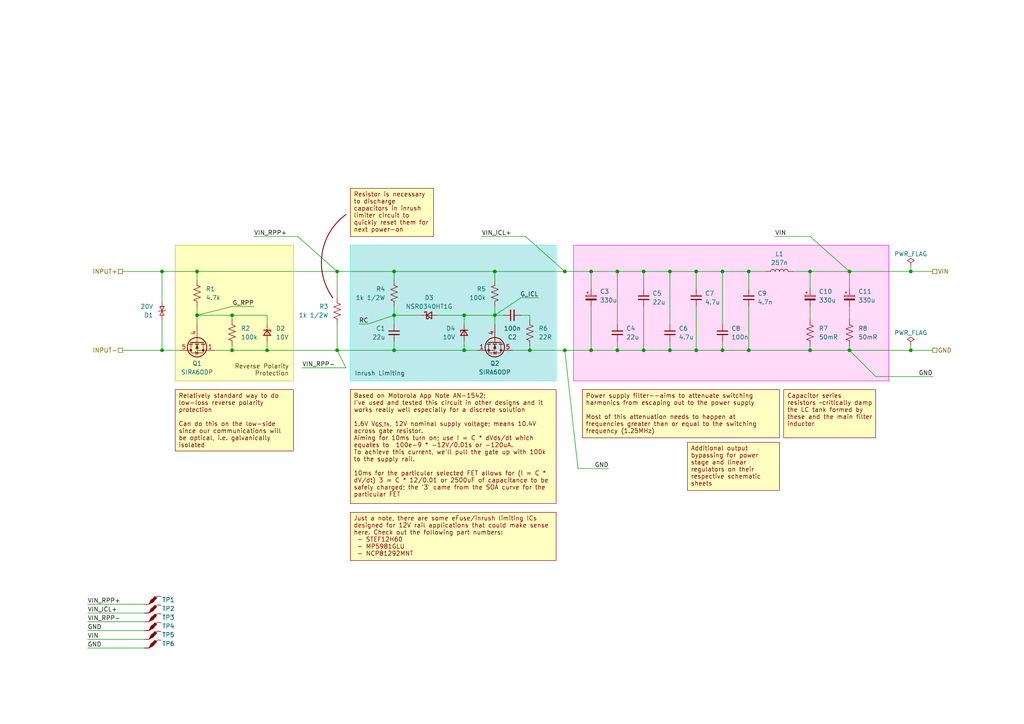
<source format=kicad_sch>
(kicad_sch (version 20230121) (generator eeschema)
  (paper "A4")
  (title_block (title "Shim Amplifier Prototype") (date "2023-08-01") (rev "A.1") (company "Ishaan Govindarajan"))
  (lib_symbols
    (symbol "Custom-Capacitor:25SVPF330M" (pin_numbers hide) (pin_names (offset 0.254) hide)
      (property "Reference" "C?" (at 0.254 1.778 0))
      (property "Value" "330u" (at 0.254 -2.032 0))
      (symbol "25SVPF330M_0_1"
        (rectangle (start -1.524 -0.3048) (end 1.524 -0.6858) (fill (type outline)))
        (rectangle (start -1.524 0.6858) (end 1.524 0.3048))
        (polyline (pts (xy -1.27 1.524) (xy -0.762 1.524)))
        (polyline (pts (xy -1.016 1.27) (xy -1.016 1.778)))
      )
      (symbol "25SVPF330M_1_1"
        (pin passive line (at 0 2.54 270) (length 1.8542) (name "~") (number "1"))
        (pin passive line (at 0 -2.54 90) (length 1.8542) (name "~") (number "2"))
      )
    )
    (symbol "Custom-Capacitor:CL10B104KB8NNWC" (pin_numbers hide) (pin_names (offset 0.254) hide)
      (property "Reference" "C" (at 0.254 1.778 0))
      (property "Value" "100n" (at 0.254 -2.032 0))
      (symbol "CL10B104KB8NNWC_0_1"
        (polyline (pts (xy -1.524 -0.508) (xy 1.524 -0.508)) (stroke (width 0.3302)))
        (polyline (pts (xy -1.524 0.508) (xy 1.524 0.508)) (stroke (width 0.3048)))
      )
      (symbol "CL10B104KB8NNWC_1_1"
        (pin passive line (at 0 2.54 270) (length 2.032) (name "~") (number "1"))
        (pin passive line (at 0 -2.54 90) (length 2.032) (name "~") (number "2"))
      )
    )
    (symbol "Custom-Capacitor:CL10B472KB8NFNC" (pin_numbers hide) (pin_names (offset 0.254) hide)
      (property "Reference" "C" (at 0.254 1.778 0))
      (property "Value" "4.7n" (at 0.254 -2.032 0))
      (symbol "CL10B472KB8NFNC_0_1"
        (polyline (pts (xy -1.524 -0.508) (xy 1.524 -0.508)) (stroke (width 0.3302)))
        (polyline (pts (xy -1.524 0.508) (xy 1.524 0.508)) (stroke (width 0.3048)))
      )
      (symbol "CL10B472KB8NFNC_1_1"
        (pin passive line (at 0 2.54 270) (length 2.032) (name "~") (number "1"))
        (pin passive line (at 0 -2.54 90) (length 2.032) (name "~") (number "2"))
      )
    )
    (symbol "Custom-Capacitor:CL21A475KLCLQNC" (pin_numbers hide) (pin_names (offset 0.254) hide)
      (property "Reference" "C" (at 0.254 1.778 0))
      (property "Value" "4.7u" (at 0.254 -2.032 0))
      (symbol "CL21A475KLCLQNC_0_1"
        (polyline (pts (xy -1.524 -0.508) (xy 1.524 -0.508)) (stroke (width 0.3302)))
        (polyline (pts (xy -1.524 0.508) (xy 1.524 0.508)) (stroke (width 0.3048)))
      )
      (symbol "CL21A475KLCLQNC_1_1"
        (pin passive line (at 0 2.54 270) (length 2.032) (name "~") (number "1"))
        (pin passive line (at 0 -2.54 90) (length 2.032) (name "~") (number "2"))
      )
    )
    (symbol "Custom-Capacitor:CL32B226KAJNNNE" (pin_numbers hide) (pin_names (offset 0.254) hide)
      (property "Reference" "C" (at 0.254 1.778 0))
      (property "Value" "22u" (at 0.254 -2.032 0))
      (symbol "CL32B226KAJNNNE_0_1"
        (polyline (pts (xy -1.524 -0.508) (xy 1.524 -0.508)) (stroke (width 0.3302)))
        (polyline (pts (xy -1.524 0.508) (xy 1.524 0.508)) (stroke (width 0.3048)))
      )
      (symbol "CL32B226KAJNNNE_1_1"
        (pin passive line (at 0 2.54 270) (length 2.032) (name "~") (number "1"))
        (pin passive line (at 0 -2.54 90) (length 2.032) (name "~") (number "2"))
      )
    )
    (symbol "Custom-CircuitProtection:SMCJ20CA" (pin_numbers hide) (pin_names (offset 1.016) hide)
      (property "Reference" "D" (at 0 2.54 0))
      (property "Value" "20V" (at 0 -2.54 0))
      (symbol "SMCJ20CA_0_1"
        (rectangle (start -1.27 0.635) (end -1.27 -0.635))
        (polyline (pts (xy -1.27 0.635) (xy -1.27 -0.635) (xy 0 0) (xy -1.27 0.635)))
        (polyline (pts (xy 1.27 0.635) (xy 1.27 -0.635) (xy 0 0) (xy 1.27 0.635)))
      )
      (symbol "SMCJ20CA_1_1"
        (polyline (pts (xy 1.27 0) (xy -1.27 0)) (stroke (width 0.1)))
        (polyline (pts (xy 0.254 1.016) (xy 0 0.762) (xy 0 -0.762) (xy -0.254 -1.016)))
        (pin passive line (at -2.54 0 0) (length 1.27) (name "K") (number "1"))
        (pin passive line (at 2.54 0 180) (length 1.27) (name "A") (number "2"))
      )
    )
    (symbol "Custom-Diode:MM3Z10VC" (pin_numbers hide) (pin_names (offset 1.016) hide)
      (property "Reference" "D" (at 0 2.54 0))
      (property "Value" "10V" (at 0 -2.54 0))
      (symbol "MM3Z10VC_0_1"
        (polyline (pts (xy 0.762 0) (xy -0.762 0)))
        (polyline (pts (xy -0.254 1.016) (xy -0.762 1.016) (xy -0.762 -1.016)) (stroke (width 0.254)))
        (polyline (pts (xy 0.762 1.016) (xy -0.762 0) (xy 0.762 -1.016) (xy 0.762 1.016)) (stroke (width 0.254)))
      )
      (symbol "MM3Z10VC_1_1"
        (pin passive line (at -2.54 0 0) (length 1.778) (name "K") (number "1"))
        (pin passive line (at 2.54 0 180) (length 1.778) (name "A") (number "2"))
      )
    )
    (symbol "Custom-Diode:NSR0340HT1G" (pin_numbers hide) (pin_names (offset 1.016) hide)
      (property "Reference" "D" (at 0 2.54 0))
      (property "Value" "NSR0340HT1G" (at 0 -2.54 0))
      (symbol "NSR0340HT1G_0_1"
        (polyline (pts (xy -0.762 0) (xy 0.762 0)))
        (polyline (pts (xy 0.762 -1.016) (xy -0.762 0) (xy 0.762 1.016) (xy 0.762 -1.016)) (stroke (width 0.254)))
        (polyline (pts (xy -1.27 0.762) (xy -1.27 1.016) (xy -0.762 1.016) (xy -0.762 -1.016) (xy -0.254 -1.016) (xy -0.254 -0.762)) (stroke (width 0.254)))
      )
      (symbol "NSR0340HT1G_1_1"
        (pin passive line (at -2.54 0 0) (length 1.778) (name "K") (number "1"))
        (pin passive line (at 2.54 0 180) (length 1.778) (name "A") (number "2"))
      )
    )
    (symbol "Custom-Inductor:2014VS-251MED" (pin_numbers hide) (pin_names (offset 1.016) hide)
      (property "Reference" "L?" (at 0 -1.27 0))
      (property "Value" "257n" (at 0 1.905 0))
      (symbol "2014VS-251MED_0_1"
        (arc (start -1.27 0) (mid -1.905 0.6323) (end -2.54 0))
        (arc (start 0 0) (mid -0.635 0.6323) (end -1.27 0))
        (arc (start 1.27 0) (mid 0.635 0.6323) (end 0 0))
        (arc (start 2.54 0) (mid 1.905 0.6323) (end 1.27 0))
      )
      (symbol "2014VS-251MED_1_1"
        (pin passive line (at -3.81 0 0) (length 1.27) (name "1") (number "1"))
        (pin passive line (at 3.81 0 180) (length 1.27) (name "2") (number "2"))
        (pin no_connect line (at 0 0 0) (length 1.27) hide (name "1") (number "3"))
      )
    )
    (symbol "Custom-LogicIC:TestPoint" (in_bom no)
      (property "Reference" "TP" (at 2.54 0 0))
      (symbol "TestPoint_1_1"
        (polyline (pts (xy -0.762 1.27) (xy 0 0.508)) (stroke (width 0) (color 72 0 0 1)))
        (polyline (pts (xy -0.508 1.524) (xy 0.254 0.762)) (stroke (width 0) (color 72 0 0 1)))
        (polyline (pts (xy -1.27 0) (xy -0.762 1.016) (xy -0.254 0.508) (xy -1.27 0)) (fill (type color) (color 132 0 0 1)))
        (polyline (pts (xy -0.762 1.016) (xy 0.508 2.286) (xy 1.016 1.778) (xy -0.254 0.508) (xy -0.762 1.016)) (fill (type color) (color 132 0 0 1)))
        (arc (start 1.778 2.286) (mid 1.2343 2.3019) (end 0.762 2.032))
        (arc (start 1.778 2.286) (mid 2.032 2.258) (end 2.286 2.286))
        (pin passive line (at -2.54 0 0) (length 1.27) (name "") (number "1"))
      )
    )
    (symbol "Custom-Resistor:CSRN2512FK50L0" (pin_numbers hide) (pin_names (offset 0))
      (property "Reference" "R" (at 2.54 0 90))
      (property "Value" "50mR" (at -2.54 0 90))
      (symbol "CSRN2512FK50L0_0_1"
        (polyline (pts (xy 0 -2.286) (xy 0 -2.54)))
        (polyline (pts (xy 0 2.286) (xy 0 2.54)))
        (polyline (pts (xy 0 -0.762) (xy 1.016 -1.143) (xy 0 -1.524) (xy -1.016 -1.905) (xy 0 -2.286)))
        (polyline (pts (xy 0 0.762) (xy 1.016 0.381) (xy 0 0) (xy -1.016 -0.381) (xy 0 -0.762)))
        (polyline (pts (xy 0 2.286) (xy 1.016 1.905) (xy 0 1.524) (xy -1.016 1.143) (xy 0 0.762)))
      )
      (symbol "CSRN2512FK50L0_1_1"
        (pin passive line (at 0 3.81 270) (length 1.27) (name "~") (number "1"))
        (pin passive line (at 0 -3.81 90) (length 1.27) (name "~") (number "2"))
      )
    )
    (symbol "Custom-Resistor:RMCF0603FT100K" (pin_numbers hide) (pin_names (offset 0))
      (property "Reference" "R" (at 2.54 0 90))
      (property "Value" "100k" (at -2.54 0 90))
      (symbol "RMCF0603FT100K_0_1"
        (polyline (pts (xy 0 -2.286) (xy 0 -2.54)))
        (polyline (pts (xy 0 2.286) (xy 0 2.54)))
        (polyline (pts (xy 0 -0.762) (xy 1.016 -1.143) (xy 0 -1.524) (xy -1.016 -1.905) (xy 0 -2.286)))
        (polyline (pts (xy 0 0.762) (xy 1.016 0.381) (xy 0 0) (xy -1.016 -0.381) (xy 0 -0.762)))
        (polyline (pts (xy 0 2.286) (xy 1.016 1.905) (xy 0 1.524) (xy -1.016 1.143) (xy 0 0.762)))
      )
      (symbol "RMCF0603FT100K_1_1"
        (pin passive line (at 0 3.81 270) (length 1.27) (name "~") (number "1"))
        (pin passive line (at 0 -3.81 90) (length 1.27) (name "~") (number "2"))
      )
    )
    (symbol "Custom-Resistor:RMCF0603FT22R0" (pin_numbers hide) (pin_names (offset 0))
      (property "Reference" "R" (at 2.54 0 90))
      (property "Value" "22R" (at -2.54 0 90))
      (symbol "RMCF0603FT22R0_0_1"
        (polyline (pts (xy 0 -2.286) (xy 0 -2.54)))
        (polyline (pts (xy 0 2.286) (xy 0 2.54)))
        (polyline (pts (xy 0 -0.762) (xy 1.016 -1.143) (xy 0 -1.524) (xy -1.016 -1.905) (xy 0 -2.286)))
        (polyline (pts (xy 0 0.762) (xy 1.016 0.381) (xy 0 0) (xy -1.016 -0.381) (xy 0 -0.762)))
        (polyline (pts (xy 0 2.286) (xy 1.016 1.905) (xy 0 1.524) (xy -1.016 1.143) (xy 0 0.762)))
      )
      (symbol "RMCF0603FT22R0_1_1"
        (pin passive line (at 0 3.81 270) (length 1.27) (name "~") (number "1"))
        (pin passive line (at 0 -3.81 90) (length 1.27) (name "~") (number "2"))
      )
    )
    (symbol "Custom-Resistor:RMCF0603FT4K70" (pin_numbers hide) (pin_names (offset 0))
      (property "Reference" "R" (at 2.54 0 90))
      (property "Value" "4.7k" (at -2.54 0 90))
      (symbol "RMCF0603FT4K70_0_1"
        (polyline (pts (xy 0 -2.286) (xy 0 -2.54)))
        (polyline (pts (xy 0 2.286) (xy 0 2.54)))
        (polyline (pts (xy 0 -0.762) (xy 1.016 -1.143) (xy 0 -1.524) (xy -1.016 -1.905) (xy 0 -2.286)))
        (polyline (pts (xy 0 0.762) (xy 1.016 0.381) (xy 0 0) (xy -1.016 -0.381) (xy 0 -0.762)))
        (polyline (pts (xy 0 2.286) (xy 1.016 1.905) (xy 0 1.524) (xy -1.016 1.143) (xy 0 0.762)))
      )
      (symbol "RMCF0603FT4K70_1_1"
        (pin passive line (at 0 3.81 270) (length 1.27) (name "~") (number "1"))
        (pin passive line (at 0 -3.81 90) (length 1.27) (name "~") (number "2"))
      )
    )
    (symbol "Custom-Resistor:RMCF1210JT1K00" (pin_numbers hide) (pin_names (offset 0))
      (property "Reference" "R" (at 2.54 0 90))
      (property "Value" "1k 1/2W" (at -2.54 0 90))
      (symbol "RMCF1210JT1K00_0_1"
        (polyline (pts (xy 0 -2.286) (xy 0 -2.54)))
        (polyline (pts (xy 0 2.286) (xy 0 2.54)))
        (polyline (pts (xy 0 -0.762) (xy 1.016 -1.143) (xy 0 -1.524) (xy -1.016 -1.905) (xy 0 -2.286)))
        (polyline (pts (xy 0 0.762) (xy 1.016 0.381) (xy 0 0) (xy -1.016 -0.381) (xy 0 -0.762)))
        (polyline (pts (xy 0 2.286) (xy 1.016 1.905) (xy 0 1.524) (xy -1.016 1.143) (xy 0 0.762)))
      )
      (symbol "RMCF1210JT1K00_1_1"
        (pin passive line (at 0 3.81 270) (length 1.27) (name "~") (number "1"))
        (pin passive line (at 0 -3.81 90) (length 1.27) (name "~") (number "2"))
      )
    )
    (symbol "Custom-Transistors:SIRA60DP-T1-GE3" (pin_names (offset 0) hide)
      (property "Reference" "Q" (at 5.08 1.27 0))
      (property "Value" "SIRA60DP" (at 5.08 -1.27 0))
      (symbol "SIRA60DP-T1-GE3_0_1"
        (polyline (pts (xy 0.0508 0) (xy 0.254 0)))
        (polyline (pts (xy 0.762 -1.778) (xy 2.54 -1.778)))
        (polyline (pts (xy 0.762 -1.27) (xy 0.762 -2.286)) (stroke (width 0.254)))
        (polyline (pts (xy 0.762 0) (xy 2.54 0)))
        (polyline (pts (xy 0.762 0.508) (xy 0.762 -0.508)) (stroke (width 0.254)))
        (polyline (pts (xy 0.762 1.778) (xy 2.54 1.778)))
        (polyline (pts (xy 0.762 2.286) (xy 0.762 1.27)) (stroke (width 0.254)))
        (polyline (pts (xy 2.54 -1.778) (xy 2.54 -2.54)))
        (polyline (pts (xy 2.54 -1.778) (xy 2.54 0)))
        (polyline (pts (xy 2.54 2.54) (xy 2.54 1.778)))
        (polyline (pts (xy 0.254 1.905) (xy 0.254 -1.905) (xy 0.254 -1.905)) (stroke (width 0.254)))
        (polyline (pts (xy 1.016 0) (xy 2.032 0.381) (xy 2.032 -0.381) (xy 1.016 0)) (fill (type outline)))
        (polyline (pts (xy 2.54 -1.778) (xy 3.302 -1.778) (xy 3.302 1.778) (xy 2.54 1.778)))
        (polyline (pts (xy 2.794 0.508) (xy 2.921 0.381) (xy 3.683 0.381) (xy 3.81 0.254)))
        (polyline (pts (xy 3.302 0.381) (xy 2.921 -0.254) (xy 3.683 -0.254) (xy 3.302 0.381)))
        (circle (center 1.651 0) (radius 2.8194) (stroke (width 0.254)))
        (circle (center 2.54 -1.778) (radius 0.2794) (fill (type outline)))
        (circle (center 2.54 1.778) (radius 0.2794) (fill (type outline)))
      )
      (symbol "SIRA60DP-T1-GE3_1_1"
        (pin passive line (at 2.54 -5.08 90) (length 2.54) (name "S") (number "1"))
        (pin passive line (at 2.54 -5.08 90) (length 2.54) hide (name "S") (number "2"))
        (pin passive line (at 2.54 -5.08 90) (length 2.54) hide (name "S") (number "3"))
        (pin input line (at -5.08 0 0) (length 5.08) (name "G") (number "4"))
        (pin passive line (at 2.54 5.08 270) (length 2.54) (name "D") (number "5"))
      )
    )
    (symbol "power:PWR_FLAG" (power) (pin_numbers hide) (pin_names (offset 0) hide)
      (property "Value" "PWR_FLAG" (at 0 3.81 0))
      (symbol "PWR_FLAG_0_0"
        (pin power_out line (at 0 0 90) (length 0) (name "pwr") (number "1"))
      )
      (symbol "PWR_FLAG_0_1"
        (polyline (pts (xy 0 0) (xy 0 1.27) (xy -1.016 1.905) (xy 0 2.54) (xy 1.016 1.905) (xy 0 1.27)))
      )
    )
  )
  (junction (at 143.51 78.74))
  (junction (at 143.51 91.44))
  (junction (at 179.07 78.74))
  (junction (at 234.95 78.74))
  (junction (at 234.95 101.6))
  (junction (at 67.31 91.44))
  (junction (at 201.93 78.74))
  (junction (at 163.83 78.74))
  (junction (at 201.93 101.6))
  (junction (at 179.07 101.6))
  (junction (at 134.62 101.6))
  (junction (at 97.79 101.6))
  (junction (at 186.69 101.6))
  (junction (at 163.83 101.6))
  (junction (at 67.31 101.6))
  (junction (at 217.17 78.74))
  (junction (at 134.62 91.44))
  (junction (at 171.45 78.74))
  (junction (at 46.99 101.6))
  (junction (at 46.99 78.74))
  (junction (at 171.45 101.6))
  (junction (at 217.17 101.6))
  (junction (at 57.15 78.74))
  (junction (at 114.3 78.74))
  (junction (at 194.31 101.6))
  (junction (at 97.79 78.74))
  (junction (at 114.3 101.6))
  (junction (at 209.55 78.74))
  (junction (at 77.47 101.6))
  (junction (at 186.69 78.74))
  (junction (at 209.55 101.6))
  (junction (at 246.38 78.74))
  (junction (at 264.16 78.74))
  (junction (at 153.67 101.6))
  (junction (at 246.38 101.6))
  (junction (at 57.15 91.44))
  (junction (at 194.31 78.74))
  (junction (at 264.16 101.6))
  (junction (at 114.3 91.44))
  (wire (pts (xy 57.15 78.74) (xy 57.15 81.28)))
  (wire (pts (xy 171.45 101.6) (xy 179.07 101.6)))
  (wire (pts (xy 171.45 88.9) (xy 171.45 101.6)))
  (wire (pts (xy 264.16 100.33) (xy 264.16 101.6)))
  (wire (pts (xy 67.31 101.6) (xy 77.47 101.6)))
  (wire (pts (xy 25.4 177.8) (xy 41.91 177.8)))
  (wire (pts (xy 46.99 78.74) (xy 46.99 87.63)))
  (wire (pts (xy 57.15 78.74) (xy 97.79 78.74)))
  (wire (pts (xy 186.69 101.6) (xy 194.31 101.6)))
  (wire (pts (xy 229.87 78.74) (xy 234.95 78.74)))
  (wire (pts (xy 186.69 88.9) (xy 186.69 101.6)))
  (wire (pts (xy 46.99 92.71) (xy 46.99 101.6)))
  (wire (pts (xy 234.95 78.74) (xy 246.38 78.74)))
  (wire (pts (xy 25.4 180.34) (xy 41.91 180.34)))
  (wire (pts (xy 186.69 78.74) (xy 194.31 78.74)))
  (wire (pts (xy 148.59 101.6) (xy 153.67 101.6)))
  (wire (pts (xy 217.17 78.74) (xy 222.25 78.74)))
  (wire (pts (xy 246.38 101.6) (xy 264.16 101.6)))
  (wire (pts (xy 246.38 78.74) (xy 246.38 83.82)))
  (wire (pts (xy 194.31 78.74) (xy 194.31 93.98)))
  (wire (pts (xy 209.55 78.74) (xy 209.55 93.98)))
  (wire (pts (xy 163.83 101.6) (xy 167.64 135.89)))
  (wire (pts (xy 153.67 101.6) (xy 163.83 101.6)))
  (wire (pts (xy 234.95 68.58) (xy 246.38 78.74)))
  (wire (pts (xy 209.55 78.74) (xy 217.17 78.74)))
  (wire (pts (xy 201.93 88.9) (xy 201.93 101.6)))
  (wire (pts (xy 77.47 101.6) (xy 97.79 101.6)))
  (wire (pts (xy 114.3 91.44) (xy 121.92 91.44)))
  (wire (pts (xy 73.66 68.58) (xy 86.36 68.58)))
  (wire (pts (xy 264.16 101.6) (xy 270.51 101.6)))
  (wire (pts (xy 246.38 101.6) (xy 254 109.22)))
  (wire (pts (xy 234.95 100.33) (xy 234.95 101.6)))
  (wire (pts (xy 186.69 78.74) (xy 186.69 83.82)))
  (wire (pts (xy 134.62 91.44) (xy 143.51 91.44)))
  (wire (pts (xy 201.93 78.74) (xy 201.93 83.82)))
  (wire (pts (xy 114.3 78.74) (xy 143.51 78.74)))
  (wire (pts (xy 46.99 101.6) (xy 52.07 101.6)))
  (wire (pts (xy 143.51 88.9) (xy 143.51 91.44)))
  (wire (pts (xy 264.16 78.74) (xy 270.51 78.74)))
  (wire (pts (xy 77.47 93.98) (xy 77.47 91.44)))
  (wire (pts (xy 143.51 91.44) (xy 146.05 91.44)))
  (wire (pts (xy 194.31 78.74) (xy 201.93 78.74)))
  (wire (pts (xy 97.79 93.98) (xy 97.79 101.6)))
  (wire (pts (xy 270.51 109.22) (xy 254 109.22)))
  (wire (pts (xy 176.53 135.89) (xy 167.64 135.89)))
  (wire (pts (xy 163.83 101.6) (xy 171.45 101.6)))
  (wire (pts (xy 67.31 91.44) (xy 67.31 92.71)))
  (wire (pts (xy 163.83 78.74) (xy 171.45 78.74)))
  (wire (pts (xy 217.17 101.6) (xy 217.17 88.9)))
  (wire (pts (xy 97.79 78.74) (xy 114.3 78.74)))
  (wire (pts (xy 152.4 68.58) (xy 163.83 78.74)))
  (wire (pts (xy 57.15 88.9) (xy 57.15 91.44)))
  (wire (pts (xy 25.4 182.88) (xy 41.91 182.88)))
  (wire (pts (xy 209.55 101.6) (xy 217.17 101.6)))
  (wire (pts (xy 171.45 78.74) (xy 171.45 83.82)))
  (wire (pts (xy 234.95 78.74) (xy 234.95 83.82)))
  (wire (pts (xy 25.4 185.42) (xy 41.91 185.42)))
  (wire (pts (xy 35.56 78.74) (xy 46.99 78.74)))
  (wire (pts (xy 57.15 91.44) (xy 67.31 88.9)))
  (wire (pts (xy 234.95 101.6) (xy 246.38 101.6)))
  (wire (pts (xy 106.68 93.98) (xy 114.3 91.44)))
  (wire (pts (xy 35.56 101.6) (xy 46.99 101.6)))
  (wire (pts (xy 114.3 101.6) (xy 134.62 101.6)))
  (wire (pts (xy 114.3 88.9) (xy 114.3 91.44)))
  (wire (pts (xy 46.99 78.74) (xy 57.15 78.74)))
  (wire (pts (xy 171.45 78.74) (xy 179.07 78.74)))
  (wire (pts (xy 156.21 86.36) (xy 151.13 86.36)))
  (wire (pts (xy 217.17 78.74) (xy 217.17 83.82)))
  (wire (pts (xy 153.67 100.33) (xy 153.67 101.6)))
  (wire (pts (xy 57.15 91.44) (xy 57.15 93.98)))
  (wire (pts (xy 143.51 78.74) (xy 163.83 78.74)))
  (wire (pts (xy 139.7 68.58) (xy 152.4 68.58)))
  (wire (pts (xy 246.38 100.33) (xy 246.38 101.6)))
  (wire (pts (xy 194.31 101.6) (xy 201.93 101.6)))
  (wire (pts (xy 151.13 86.36) (xy 143.51 91.44)))
  (wire (pts (xy 246.38 88.9) (xy 246.38 92.71)))
  (wire (pts (xy 87.63 106.68) (xy 100.33 106.68)))
  (wire (pts (xy 246.38 78.74) (xy 264.16 78.74)))
  (wire (pts (xy 179.07 78.74) (xy 179.07 93.98)))
  (wire (pts (xy 134.62 101.6) (xy 138.43 101.6)))
  (wire (pts (xy 264.16 77.47) (xy 264.16 78.74)))
  (wire (pts (xy 217.17 101.6) (xy 234.95 101.6)))
  (wire (pts (xy 25.4 175.26) (xy 41.91 175.26)))
  (wire (pts (xy 209.55 99.06) (xy 209.55 101.6)))
  (wire (pts (xy 104.14 93.98) (xy 106.68 93.98)))
  (wire (pts (xy 179.07 78.74) (xy 186.69 78.74)))
  (wire (pts (xy 77.47 99.06) (xy 77.47 101.6)))
  (wire (pts (xy 114.3 78.74) (xy 114.3 81.28)))
  (wire (pts (xy 179.07 99.06) (xy 179.07 101.6)))
  (wire (pts (xy 114.3 99.06) (xy 114.3 101.6)))
  (wire (pts (xy 97.79 78.74) (xy 97.79 86.36)))
  (wire (pts (xy 67.31 88.9) (xy 73.66 88.9)))
  (wire (pts (xy 97.79 101.6) (xy 114.3 101.6)))
  (wire (pts (xy 25.4 187.96) (xy 41.91 187.96)))
  (wire (pts (xy 134.62 99.06) (xy 134.62 101.6)))
  (wire (pts (xy 67.31 100.33) (xy 67.31 101.6)))
  (wire (pts (xy 62.23 101.6) (xy 67.31 101.6)))
  (wire (pts (xy 151.13 91.44) (xy 153.67 91.44)))
  (wire (pts (xy 100.33 106.68) (xy 97.79 101.6)))
  (wire (pts (xy 194.31 99.06) (xy 194.31 101.6)))
  (wire (pts (xy 134.62 93.98) (xy 134.62 91.44)))
  (wire (pts (xy 127 91.44) (xy 134.62 91.44)))
  (wire (pts (xy 224.79 68.58) (xy 234.95 68.58)))
  (wire (pts (xy 114.3 93.98) (xy 114.3 91.44)))
  (wire (pts (xy 153.67 91.44) (xy 153.67 92.71)))
  (wire (pts (xy 201.93 78.74) (xy 209.55 78.74)))
  (wire (pts (xy 86.36 68.58) (xy 97.79 78.74)))
  (wire (pts (xy 179.07 101.6) (xy 186.69 101.6)))
  (wire (pts (xy 143.51 91.44) (xy 143.51 93.98)))
  (wire (pts (xy 77.47 91.44) (xy 67.31 91.44)))
  (wire (pts (xy 67.31 91.44) (xy 57.15 91.44)))
  (wire (pts (xy 143.51 78.74) (xy 143.51 81.28)))
  (wire (pts (xy 234.95 88.9) (xy 234.95 92.71)))
  (wire (pts (xy 201.93 101.6) (xy 209.55 101.6)))
  (arc (start 96.52 86.36) (mid 93.4318 73.5066) (end 100.33 62.23) (stroke (width 0.254) (color 132 0 0 1)))
  (rectangle (start 101.6 71.12) (end 161.29 110.49) (stroke (width 0) (color 69 235 235 1)) (fill (type color) (color 189 235 235 1)))
  (rectangle (start 50.8 71.12) (end 85.09 110.49) (stroke (width 0) (color 194 194 0 1)) (fill (type color) (color 255 255 194 1)))
  (rectangle (start 166.37 71.12) (end 257.81 110.49) (stroke (width 0) (color 255 0 255 1)) (fill (type color) (color 255 218 249 1)))
  (text_box "Additional output bypassing for power stage and linear regulators on their respective schematic sheets" (at 199.39 128.27 0) (size 26.67 13.97) (stroke (width 0) (color 132 0 0 1)) (fill (type color) (color 255 255 194 1)) (effects (font (size 1.27 1.27)) (justify left top)))
  (text_box "Power supply filter--aims to attenuate switching harmonics from escaping out to the power supply\n\nMost of this attenuation needs to happen at frequencies greater than or equal to the switching frequency (1.25MHz)" (at 168.91 113.03 0) (size 57.15 13.97) (stroke (width 0) (color 132 0 0 1)) (fill (type color) (color 255 255 194 1)) (effects (font (size 1.27 1.27)) (justify left top)))
  (text_box "Just a note, there are some eFuse/inrush limiting ICs designed for 12V rail applications that could make sense here. Check out the following part numbers:\n - STEF12H60\n - MP5981GLU\n - NCP81292MNT" (at 101.6 148.59 0) (size 59.69 13.97) (stroke (width 0) (color 132 0 0 1)) (fill (type color) (color 255 255 194 1)) (effects (font (size 1.27 1.27)) (justify left top)))
  (text_box "Based on Motorola App Note AN-1542;\nI've used and tested this circuit in other designs and it works really well especially for a discrete solution\n\n1.6V V_{GS,Th}, 12V nominal supply voltage; means 10.4V across gate resistor. \nAiming for 10ms turn on; use I = C * dVds/dt which equates to  100e-9 * -12V/0.01s or -120uA.\nTo achieve this current, we'll pull the gate up with 100k to the supply rail.\n\n10ms for the particular selected FET allows for (I = C * dV/dt) 3 = C * 12/0.01 or 2500uF of capacitance to be safely charged; the '3' came from the SOA curve for the particular FET" (at 101.6 113.03 0) (size 59.69 33.02) (stroke (width 0) (color 132 0 0 1)) (fill (type color) (color 255 255 194 1)) (effects (font (size 1.27 1.27)) (justify left top)))
  (text_box "Relatively standard way to do low-loss reverse polarity protection\n\nCan do this on the low-side since our communications will be optical, i.e. galvanically isolated" (at 50.8 113.03 0) (size 34.29 17.78) (stroke (width 0) (color 132 0 0 1)) (fill (type color) (color 255 255 194 1)) (effects (font (size 1.27 1.27)) (justify left top)))
  (text_box "Resistor is necessary to discharge capacitors in inrush limiter circuit to quickly reset them for next power-on" (at 101.6 54.61 0) (size 24.13 13.97) (stroke (width 0) (color 132 0 0 1)) (fill (type color) (color 255 255 194 1)) (effects (font (size 1.27 1.27)) (justify left top)))
  (text_box "Capacitor series resistors ~critically damp the LC tank formed by these and the main filter inductor" (at 227.33 113.03 0) (size 26.67 13.97) (stroke (width 0) (color 132 0 0 1)) (fill (type color) (color 255 255 194 1)) (effects (font (size 1.27 1.27)) (justify left top)))
  (text "Inrush Limiting\n" (at 102.87 109.22 0) (effects (font (size 1.27 1.27)) (justify left bottom)))
  (text "Reverse Polarity\nProtection" (at 83.82 109.22 0) (effects (font (size 1.27 1.27)) (justify right bottom)))
  (label "GND" (at 176.53 135.89 180))
  (label "G_ICL" (at 156.21 86.36 180))
  (label "GND" (at 270.51 109.22 180))
  (label "G_RPP" (at 73.66 88.9 180))
  (label "VIN_ICL+" (at 25.4 177.8 0))
  (label "GND" (at 25.4 182.88 0))
  (label "VIN_RPP+" (at 25.4 175.26 0))
  (label "VIN_RPP-" (at 25.4 180.34 0))
  (label "VIN" (at 224.79 68.58 0))
  (label "VIN_RPP+" (at 73.66 68.58 0))
  (label "RC" (at 104.14 93.98 0))
  (label "VIN_ICL+" (at 139.7 68.58 0))
  (label "GND" (at 25.4 187.96 0))
  (label "VIN" (at 25.4 185.42 0))
  (label "VIN_RPP-" (at 87.63 106.68 0))
  (hierarchical_label "INPUT+" (shape passive) (at 35.56 78.74 180))
  (hierarchical_label "GND" (shape passive) (at 270.51 101.6 0))
  (hierarchical_label "INPUT-" (shape passive) (at 35.56 101.6 180))
  (hierarchical_label "VIN" (shape passive) (at 270.51 78.74 0))
  (symbol (lib_id "Custom-Resistor:RMCF0603FT22R0") (at 153.67 96.52 0) (unit 1)
    (property "Reference" "R6" (at 156.21 95.25 0) (effects (justify left)))
    (property "Value" "22R" (at 156.21 97.79 0) (effects (justify left)))
    (property "Footprint" "Resistor_SMD:R_0603_1608Metric_Pad0.98x0.95mm_HandSolder" (effects hide))
    (property "Datasheet" "https://www.seielect.com/Catalog/SEI-RMCF_RMCP.pdf" (effects hide))
    (property "Manufacturer" "Stackpole Electronics Inc" (effects hide))
    (property "Part Number" "RMCF0603FT22R0" (effects hide))
  )
  (symbol (lib_id "Custom-Capacitor:CL10B472KB8NFNC") (at 217.17 86.36 0) (unit 1)
    (property "Reference" "C9" (at 219.71 85.0963 0) (effects (justify left)))
    (property "Value" "4.7n" (at 219.71 87.6363 0) (effects (justify left)))
    (property "Footprint" "Capacitor_SMD:C_0603_1608Metric_Pad1.08x0.95mm_HandSolder" (effects hide))
    (property "Datasheet" "https://product.samsungsem.com/mlcc/CL10B472KB8NFN.do" (effects hide))
    (property "Manufacturer" "Samsung Electro-Mechanics" (effects hide))
    (property "Part Number" "CL10B472KB8NFNC" (effects hide))
  )
  (symbol (lib_id "Custom-LogicIC:TestPoint") (at 44.45 185.42 0) (unit 1) (in_bom no)
    (property "Reference" "TP5" (at 46.99 184.15 0) (effects (justify left)))
    (property "Value" "-" (effects hide))
    (property "Footprint" "TestPoint:TestPoint_Pad_D2.0mm" (effects hide))
  )
  (symbol (lib_id "Custom-Resistor:RMCF0603FT100K") (at 67.31 96.52 0) (unit 1)
    (property "Reference" "R2" (at 69.85 95.25 0) (effects (justify left)))
    (property "Value" "100k" (at 69.85 97.79 0) (effects (justify left)))
    (property "Footprint" "Resistor_SMD:R_0603_1608Metric_Pad0.98x0.95mm_HandSolder" (effects hide))
    (property "Datasheet" "https://www.seielect.com/Catalog/SEI-RMCF_RMCP.pdf" (effects hide))
    (property "Manufacturer" "Stackpole Electronics Inc" (effects hide))
    (property "Part Number" "RMCF0603FT100K" (effects hide))
  )
  (symbol (lib_id "Custom-Transistors:SIRA60DP-T1-GE3") (at 143.51 99.06 270) (unit 1)
    (property "Reference" "Q2" (at 143.51 105.41 90))
    (property "Value" "SIRA60DP" (at 143.51 107.95 90))
    (property "Footprint" "Package_DFN_QFN:PQFN-8-EP_6x5mm_P1.27mm_Generic" (effects hide))
    (property "Datasheet" "https://www.vishay.com/docs/66777/sira60dp.pdf" (effects hide))
    (property "Manufacturer" "Vishay Siliconix" (effects hide))
    (property "Part Number" "SIRA60DP-T1-GE3" (effects hide))
  )
  (symbol (lib_id "Custom-Inductor:2014VS-251MED") (at 226.06 78.74 0) (unit 1)
    (property "Reference" "L1" (at 226.06 73.66 0))
    (property "Value" "257n" (at 226.06 76.2 0))
    (property "Footprint" "Custom-RLC:COILCRAFT_2014" (effects hide))
    (property "Datasheet" "https://www.coilcraft.com/getmedia/55a4b40a-2e02-4bf5-b0af-2ea5db75b6cf/1010vs.pdf" (effects hide))
    (property "Manufacturer" "Coilcraft" (effects hide))
    (property "Part Number" "2014VS-251MED" (effects hide))
  )
  (symbol (lib_id "Custom-CircuitProtection:SMCJ20CA") (at 46.99 90.17 90) (mirror x) (unit 1)
    (property "Reference" "D1" (at 44.45 91.44 90) (effects (justify left)))
    (property "Value" "20V" (at 44.45 88.9 90) (effects (justify left)))
    (property "Footprint" "Diode_SMD:D_SMC" (effects hide))
    (property "Datasheet" "https://www.littelfuse.com/~/media/electronics/datasheets/tvs_diodes/littelfuse_tvs_diode_smcj_datasheet.pdf.pdf" (effects hide))
    (property "Manufacturer" "SMC Diode Solutions" (effects hide))
    (property "Part Number" "SMCJ20CA" (effects hide))
  )
  (symbol (lib_id "Custom-Resistor:RMCF1210JT1K00") (at 114.3 85.09 0) (unit 1)
    (property "Reference" "R4" (at 111.76 83.82 0) (effects (justify right)))
    (property "Value" "1k 1/2W" (at 111.76 86.36 0) (effects (justify right)))
    (property "Footprint" "Resistor_SMD:R_1210_3225Metric_Pad1.30x2.65mm_HandSolder" (effects hide))
    (property "Datasheet" "https://www.seielect.com/Catalog/SEI-RMCF_RMCP.pdf" (effects hide))
    (property "Manufacturer" "Stackpole Electronics Inc" (effects hide))
    (property "Part Number" "RMCF1210JT1K00" (effects hide))
  )
  (symbol (lib_id "Custom-Resistor:RMCF0603FT4K70") (at 57.15 85.09 0) (unit 1)
    (property "Reference" "R1" (at 59.69 83.82 0) (effects (justify left)))
    (property "Value" "4.7k" (at 59.69 86.36 0) (effects (justify left)))
    (property "Footprint" "Resistor_SMD:R_0603_1608Metric_Pad0.98x0.95mm_HandSolder" (effects hide))
    (property "Datasheet" "https://www.seielect.com/Catalog/SEI-RMCF_RMCP.pdf" (effects hide))
    (property "Manufacturer" "Stackpole Electronics Inc" (effects hide))
    (property "Part Number" "RMCF0603FT4K70" (effects hide))
  )
  (symbol (lib_id "Custom-Capacitor:CL10B104KB8NNWC") (at 209.55 96.52 0) (unit 1)
    (property "Reference" "C8" (at 212.09 95.2563 0) (effects (justify left)))
    (property "Value" "100n" (at 212.09 97.7963 0) (effects (justify left)))
    (property "Footprint" "Capacitor_SMD:C_0603_1608Metric_Pad1.08x0.95mm_HandSolder" (effects hide))
    (property "Datasheet" "https://product.samsungsem.com/mlcc/CL31B106KAHNFN.do" (effects hide))
    (property "Manufacturer" "Samsung Electro-Mechanics" (effects hide))
    (property "Part Number" "CL10B104KB8NNWC" (effects hide))
  )
  (symbol (lib_id "Custom-Diode:NSR0340HT1G") (at 124.46 91.44 0) (unit 1)
    (property "Reference" "D3" (at 124.46 86.36 0))
    (property "Value" "NSR0340HT1G" (at 124.46 88.9 0))
    (property "Footprint" "Diode_SMD:D_SOD-323_HandSoldering" (effects hide))
    (property "Datasheet" "https://www.onsemi.com/pdf/datasheet/nsr0340h-d.pdf" (effects hide))
    (property "Manufacturer" "onsemi" (effects hide))
    (property "Part Number" "NSR0340HT1G" (effects hide))
  )
  (symbol (lib_id "Custom-LogicIC:TestPoint") (at 44.45 182.88 0) (unit 1) (in_bom no)
    (property "Reference" "TP4" (at 46.99 181.61 0) (effects (justify left)))
    (property "Value" "-" (effects hide))
    (property "Footprint" "TestPoint:TestPoint_Pad_D2.0mm" (effects hide))
  )
  (symbol (lib_id "Custom-Resistor:CSRN2512FK50L0") (at 234.95 96.52 0) (unit 1)
    (property "Reference" "R7" (at 237.49 95.25 0) (effects (justify left)))
    (property "Value" "50mR" (at 237.49 97.79 0) (effects (justify left)))
    (property "Footprint" "Resistor_SMD:R_2512_6332Metric_Pad1.40x3.35mm_HandSolder" (effects hide))
    (property "Datasheet" "https://www.seielect.com/catalog/sei-csr_csrn.pdf" (effects hide))
    (property "Manufacturer" "Stackpole Electronics Inc" (effects hide))
    (property "Part Number" "CSRN2512FK50L0" (effects hide))
  )
  (symbol (lib_id "Custom-Transistors:SIRA60DP-T1-GE3") (at 57.15 99.06 90) (mirror x) (unit 1)
    (property "Reference" "Q1" (at 57.15 105.41 90))
    (property "Value" "SIRA60DP" (at 57.15 107.95 90))
    (property "Footprint" "Package_DFN_QFN:PQFN-8-EP_6x5mm_P1.27mm_Generic" (effects hide))
    (property "Datasheet" "https://www.vishay.com/docs/66777/sira60dp.pdf" (effects hide))
    (property "Manufacturer" "Vishay Siliconix" (effects hide))
    (property "Part Number" "SIRA60DP-T1-GE3" (effects hide))
  )
  (symbol (lib_id "Custom-Capacitor:CL10B104KB8NNWC") (at 148.59 91.44 90) (mirror x) (unit 1)
    (property "Reference" "C2" (at 148.5963 97.79 90))
    (property "Value" "100n" (at 148.5963 95.25 90))
    (property "Footprint" "Capacitor_SMD:C_0603_1608Metric_Pad1.08x0.95mm_HandSolder" (effects hide))
    (property "Datasheet" "https://product.samsungsem.com/mlcc/CL31B106KAHNFN.do" (effects hide))
    (property "Manufacturer" "Samsung Electro-Mechanics" (effects hide))
    (property "Part Number" "CL10B104KB8NNWC" (effects hide))
  )
  (symbol (lib_id "Custom-Capacitor:25SVPF330M") (at 234.95 86.36 0) (unit 1)
    (property "Reference" "C10" (at 237.49 84.5439 0) (effects (justify left)))
    (property "Value" "330u" (at 237.49 87.0839 0) (effects (justify left)))
    (property "Footprint" "Capacitor_SMD:CP_Elec_10x12.6" (effects hide))
    (property "Datasheet" "https://industrial.panasonic.com/ww/products/pt/os-con/models/25SVPF330M" (effects hide))
    (property "Manufacturer" "Panasonic Electronic Components" (effects hide))
    (property "Part Number" "25SVPF330M" (effects hide))
  )
  (symbol (lib_id "Custom-Capacitor:CL32B226KAJNNNE") (at 179.07 96.52 0) (unit 1)
    (property "Reference" "C4" (at 181.61 95.2563 0) (effects (justify left)))
    (property "Value" "22u" (at 181.61 97.7963 0) (effects (justify left)))
    (property "Footprint" "Capacitor_SMD:C_1210_3225Metric_Pad1.33x2.70mm_HandSolder" (effects hide))
    (property "Datasheet" "https://product.samsungsem.com/mlcc/CL32B226KAJNNN.do" (effects hide))
    (property "Manufacturer" "Samsung Electro-Mechanics" (effects hide))
    (property "Part Number" "CL32B226KAJNNNE" (effects hide))
  )
  (symbol (lib_id "Custom-LogicIC:TestPoint") (at 44.45 187.96 0) (unit 1) (in_bom no)
    (property "Reference" "TP6" (at 46.99 186.69 0) (effects (justify left)))
    (property "Value" "-" (effects hide))
    (property "Footprint" "TestPoint:TestPoint_Pad_D2.0mm" (effects hide))
  )
  (symbol (lib_id "Custom-Capacitor:CL21A475KLCLQNC") (at 194.31 96.52 0) (unit 1)
    (property "Reference" "C6" (at 196.85 95.2563 0) (effects (justify left)))
    (property "Value" "4.7u" (at 196.85 97.7963 0) (effects (justify left)))
    (property "Footprint" "Capacitor_SMD:C_0805_2012Metric_Pad1.18x1.45mm_HandSolder" (effects hide))
    (property "Datasheet" "https://media.digikey.com/pdf/Data%20Sheets/Samsung%20PDFs/CL21A475KLCLQNC_Spec.pdf" (effects hide))
    (property "Manufacturer" "Samsung Electro-Mechanics" (effects hide))
    (property "Part Number" "CL21A475KLCLQNC" (effects hide))
  )
  (symbol (lib_id "Custom-Capacitor:CL32B226KAJNNNE") (at 186.69 86.36 0) (unit 1)
    (property "Reference" "C5" (at 189.23 85.0963 0) (effects (justify left)))
    (property "Value" "22u" (at 189.23 87.6363 0) (effects (justify left)))
    (property "Footprint" "Capacitor_SMD:C_1210_3225Metric_Pad1.33x2.70mm_HandSolder" (effects hide))
    (property "Datasheet" "https://product.samsungsem.com/mlcc/CL32B226KAJNNN.do" (effects hide))
    (property "Manufacturer" "Samsung Electro-Mechanics" (effects hide))
    (property "Part Number" "CL32B226KAJNNNE" (effects hide))
  )
  (symbol (lib_id "Custom-Capacitor:25SVPF330M") (at 246.38 86.36 0) (unit 1)
    (property "Reference" "C11" (at 248.92 84.5439 0) (effects (justify left)))
    (property "Value" "330u" (at 248.92 87.0839 0) (effects (justify left)))
    (property "Footprint" "Capacitor_SMD:CP_Elec_10x12.6" (effects hide))
    (property "Datasheet" "https://industrial.panasonic.com/ww/products/pt/os-con/models/25SVPF330M" (effects hide))
    (property "Manufacturer" "Panasonic Electronic Components" (effects hide))
    (property "Part Number" "25SVPF330M" (effects hide))
  )
  (symbol (lib_id "Custom-Resistor:RMCF0603FT100K") (at 143.51 85.09 0) (mirror y) (unit 1)
    (property "Reference" "R5" (at 140.97 83.82 0) (effects (justify left)))
    (property "Value" "100k" (at 140.97 86.36 0) (effects (justify left)))
    (property "Footprint" "Resistor_SMD:R_0603_1608Metric_Pad0.98x0.95mm_HandSolder" (effects hide))
    (property "Datasheet" "https://www.seielect.com/Catalog/SEI-RMCF_RMCP.pdf" (effects hide))
    (property "Manufacturer" "Stackpole Electronics Inc" (effects hide))
    (property "Part Number" "RMCF0603FT100K" (effects hide))
  )
  (symbol (lib_id "Custom-LogicIC:TestPoint") (at 44.45 175.26 0) (unit 1) (in_bom no)
    (property "Reference" "TP1" (at 46.99 173.99 0) (effects (justify left)))
    (property "Value" "-" (effects hide))
    (property "Footprint" "TestPoint:TestPoint_Pad_D2.0mm" (effects hide))
  )
  (symbol (lib_id "Custom-Diode:MM3Z10VC") (at 77.47 96.52 270) (unit 1)
    (property "Reference" "D2" (at 80.01 95.25 90) (effects (justify left)))
    (property "Value" "10V" (at 80.01 97.79 90) (effects (justify left)))
    (property "Footprint" "Diode_SMD:D_SOD-323_HandSoldering" (effects hide))
    (property "Manufacturer" "onsemi" (effects hide))
    (property "Part Number" "MM3Z10VC" (effects hide))
  )
  (symbol (lib_id "Custom-LogicIC:TestPoint") (at 44.45 177.8 0) (unit 1) (in_bom no)
    (property "Reference" "TP2" (at 46.99 176.53 0) (effects (justify left)))
    (property "Value" "-" (effects hide))
    (property "Footprint" "TestPoint:TestPoint_Pad_D2.0mm" (effects hide))
  )
  (symbol (lib_id "Custom-Capacitor:25SVPF330M") (at 171.45 86.36 0) (unit 1)
    (property "Reference" "C3" (at 173.99 84.5439 0) (effects (justify left)))
    (property "Value" "330u" (at 173.99 87.0839 0) (effects (justify left)))
    (property "Footprint" "Capacitor_SMD:CP_Elec_10x12.6" (effects hide))
    (property "Datasheet" "https://industrial.panasonic.com/ww/products/pt/os-con/models/25SVPF330M" (effects hide))
    (property "Manufacturer" "Panasonic Electronic Components" (effects hide))
    (property "Part Number" "25SVPF330M" (effects hide))
  )
  (symbol (lib_id "Custom-Diode:MM3Z10VC") (at 134.62 96.52 90) (mirror x) (unit 1)
    (property "Reference" "D4" (at 132.08 95.25 90) (effects (justify left)))
    (property "Value" "10V" (at 132.08 97.79 90) (effects (justify left)))
    (property "Footprint" "Diode_SMD:D_SOD-323_HandSoldering" (effects hide))
    (property "Manufacturer" "onsemi" (effects hide))
    (property "Part Number" "MM3Z10VC" (effects hide))
  )
  (symbol (lib_id "Custom-Resistor:CSRN2512FK50L0") (at 246.38 96.52 0) (unit 1)
    (property "Reference" "R8" (at 248.92 95.25 0) (effects (justify left)))
    (property "Value" "50mR" (at 248.92 97.79 0) (effects (justify left)))
    (property "Footprint" "Resistor_SMD:R_2512_6332Metric_Pad1.40x3.35mm_HandSolder" (effects hide))
    (property "Datasheet" "https://www.seielect.com/catalog/sei-csr_csrn.pdf" (effects hide))
    (property "Manufacturer" "Stackpole Electronics Inc" (effects hide))
    (property "Part Number" "CSRN2512FK50L0" (effects hide))
  )
  (symbol (lib_id "Custom-Resistor:RMCF1210JT1K00") (at 97.79 90.17 0) (unit 1)
    (property "Reference" "R3" (at 95.25 88.9 0) (effects (justify right)))
    (property "Value" "1k 1/2W" (at 95.25 91.44 0) (effects (justify right)))
    (property "Footprint" "Resistor_SMD:R_1210_3225Metric_Pad1.30x2.65mm_HandSolder" (effects hide))
    (property "Datasheet" "https://www.seielect.com/Catalog/SEI-RMCF_RMCP.pdf" (effects hide))
    (property "Manufacturer" "Stackpole Electronics Inc" (effects hide))
    (property "Part Number" "RMCF1210JT1K00" (effects hide))
  )
  (symbol (lib_id "Custom-Capacitor:CL32B226KAJNNNE") (at 114.3 96.52 0) (unit 1)
    (property "Reference" "C1" (at 111.76 95.2563 0) (effects (justify right)))
    (property "Value" "22u" (at 111.76 97.7963 0) (effects (justify right)))
    (property "Footprint" "Capacitor_SMD:C_1210_3225Metric_Pad1.33x2.70mm_HandSolder" (effects hide))
    (property "Datasheet" "https://product.samsungsem.com/mlcc/CL32B226KAJNNN.do" (effects hide))
    (property "Manufacturer" "Samsung Electro-Mechanics" (effects hide))
    (property "Part Number" "CL32B226KAJNNNE" (effects hide))
  )
  (symbol (lib_id "power:PWR_FLAG") (at 264.16 100.33 0) (unit 1)
    (property "Reference" "#FLG02" (effects hide))
    (property "Value" "PWR_FLAG" (at 264.16 96.52 0))
  )
  (symbol (lib_id "Custom-LogicIC:TestPoint") (at 44.45 180.34 0) (unit 1) (in_bom no)
    (property "Reference" "TP3" (at 46.99 179.07 0) (effects (justify left)))
    (property "Value" "-" (effects hide))
    (property "Footprint" "TestPoint:TestPoint_Pad_D2.0mm" (effects hide))
  )
  (symbol (lib_id "power:PWR_FLAG") (at 264.16 77.47 0) (unit 1)
    (property "Reference" "#FLG01" (effects hide))
    (property "Value" "PWR_FLAG" (at 264.16 73.66 0))
  )
  (symbol (lib_id "Custom-Capacitor:CL21A475KLCLQNC") (at 201.93 86.36 0) (unit 1)
    (property "Reference" "C7" (at 204.47 85.0963 0) (effects (justify left)))
    (property "Value" "4.7u" (at 204.47 87.6363 0) (effects (justify left)))
    (property "Footprint" "Capacitor_SMD:C_0805_2012Metric_Pad1.18x1.45mm_HandSolder" (effects hide))
    (property "Datasheet" "https://media.digikey.com/pdf/Data%20Sheets/Samsung%20PDFs/CL21A475KLCLQNC_Spec.pdf" (effects hide))
    (property "Manufacturer" "Samsung Electro-Mechanics" (effects hide))
    (property "Part Number" "CL21A475KLCLQNC" (effects hide))
  )
)
</source>
